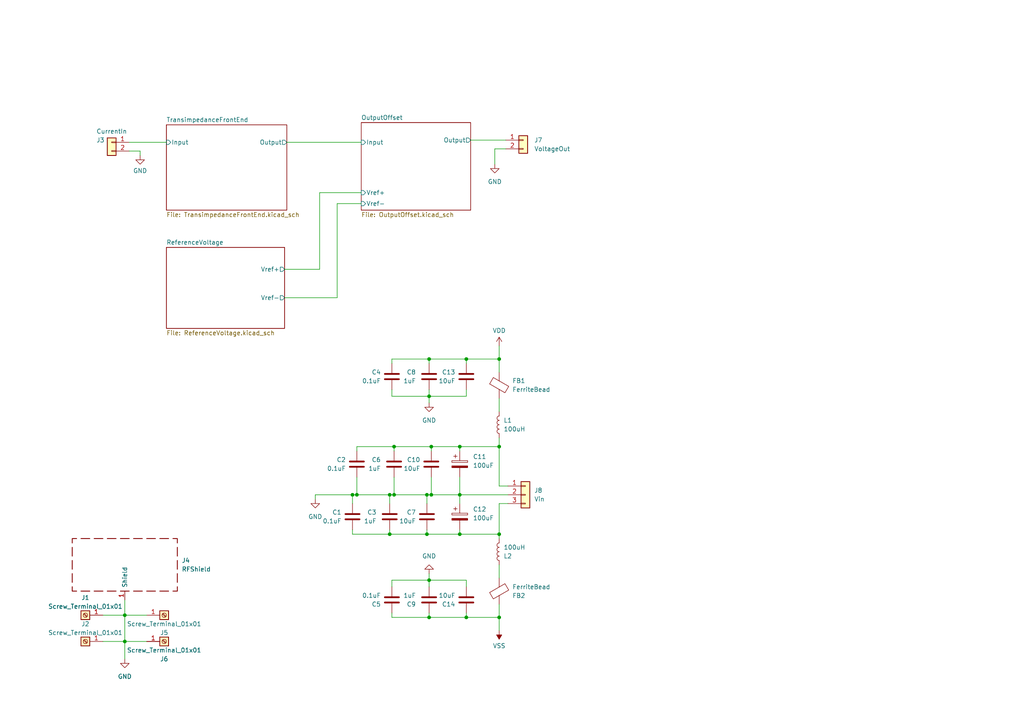
<source format=kicad_sch>
(kicad_sch (version 20230121) (generator eeschema)
  (paper "A4")
  (lib_symbols
    (symbol "Connector:Screw_Terminal_01x01" (pin_names (offset 1.016) hide)
      (property "Reference" "J" (at 0 2.54 0))
      (property "Value" "Screw_Terminal_01x01" (at 0 -2.54 0))
      (symbol "Screw_Terminal_01x01_1_1"
        (rectangle (start -1.27 1.27) (end 1.27 -1.27) (stroke (width 0.254)) (fill (type background)))
        (polyline (pts (xy -0.5334 0.3302) (xy 0.3302 -0.508)) (stroke (width 0.1524)))
        (polyline (pts (xy -0.3556 0.508) (xy 0.508 -0.3302)) (stroke (width 0.1524)))
        (circle (center 0 0) (radius 0.635) (stroke (width 0.1524)))
        (pin passive line (at -5.08 0 0) (length 3.81) (name "Pin_1") (number "1"))
      )
    )
    (symbol "Connector_Generic:Conn_01x02" (pin_names (offset 1.016) hide)
      (property "Reference" "J" (at 0 2.54 0))
      (property "Value" "Conn_01x02" (at 0 -5.08 0))
      (symbol "Conn_01x02_1_1"
        (rectangle (start -1.27 -2.413) (end 0 -2.667) (stroke (width 0.1524)))
        (rectangle (start -1.27 0.127) (end 0 -0.127) (stroke (width 0.1524)))
        (rectangle (start -1.27 1.27) (end 1.27 -3.81) (stroke (width 0.254)) (fill (type background)))
        (pin passive line (at -5.08 0 0) (length 3.81) (name "Pin_1") (number "1"))
        (pin passive line (at -5.08 -2.54 0) (length 3.81) (name "Pin_2") (number "2"))
      )
    )
    (symbol "Connector_Generic:Conn_01x03" (pin_names (offset 1.016) hide)
      (property "Reference" "J" (at 0 5.08 0))
      (property "Value" "Conn_01x03" (at 0 -5.08 0))
      (symbol "Conn_01x03_1_1"
        (rectangle (start -1.27 -2.413) (end 0 -2.667) (stroke (width 0.1524)))
        (rectangle (start -1.27 0.127) (end 0 -0.127) (stroke (width 0.1524)))
        (rectangle (start -1.27 2.667) (end 0 2.413) (stroke (width 0.1524)))
        (rectangle (start -1.27 3.81) (end 1.27 -3.81) (stroke (width 0.254)) (fill (type background)))
        (pin passive line (at -5.08 2.54 0) (length 3.81) (name "Pin_1") (number "1"))
        (pin passive line (at -5.08 0 0) (length 3.81) (name "Pin_2") (number "2"))
        (pin passive line (at -5.08 -2.54 0) (length 3.81) (name "Pin_3") (number "3"))
      )
    )
    (symbol "Device:C" (pin_numbers hide) (pin_names (offset 0.254))
      (property "Reference" "C" (at 0.635 2.54 0))
      (property "Value" "C" (at 0.635 -2.54 0))
      (symbol "C_0_1"
        (polyline (pts (xy -2.032 -0.762) (xy 2.032 -0.762)) (stroke (width 0.508)))
        (polyline (pts (xy -2.032 0.762) (xy 2.032 0.762)) (stroke (width 0.508)))
      )
      (symbol "C_1_1"
        (pin passive line (at 0 3.81 270) (length 2.794) (name "~") (number "1"))
        (pin passive line (at 0 -3.81 90) (length 2.794) (name "~") (number "2"))
      )
    )
    (symbol "Device:C_Polarized" (pin_numbers hide) (pin_names (offset 0.254))
      (property "Reference" "C" (at 0.635 2.54 0))
      (property "Value" "C_Polarized" (at 0.635 -2.54 0))
      (symbol "C_Polarized_0_1"
        (rectangle (start -2.286 0.508) (end 2.286 1.016))
        (polyline (pts (xy -1.778 2.286) (xy -0.762 2.286)))
        (polyline (pts (xy -1.27 2.794) (xy -1.27 1.778)))
        (rectangle (start 2.286 -0.508) (end -2.286 -1.016) (fill (type outline)))
      )
      (symbol "C_Polarized_1_1"
        (pin passive line (at 0 3.81 270) (length 2.794) (name "~") (number "1"))
        (pin passive line (at 0 -3.81 90) (length 2.794) (name "~") (number "2"))
      )
    )
    (symbol "Device:FerriteBead" (pin_numbers hide) (pin_names (offset 0))
      (property "Reference" "FB" (at -3.81 0.635 90))
      (property "Value" "FerriteBead" (at 3.81 0 90))
      (symbol "FerriteBead_0_1"
        (polyline (pts (xy 0 -1.27) (xy 0 -1.2192)))
        (polyline (pts (xy 0 1.27) (xy 0 1.2954)))
        (polyline (pts (xy -2.7686 0.4064) (xy -1.7018 2.2606) (xy 2.7686 -0.3048) (xy 1.6764 -2.159) (xy -2.7686 0.4064)))
      )
      (symbol "FerriteBead_1_1"
        (pin passive line (at 0 3.81 270) (length 2.54) (name "~") (number "1"))
        (pin passive line (at 0 -3.81 90) (length 2.54) (name "~") (number "2"))
      )
    )
    (symbol "Device:L" (pin_numbers hide) (pin_names (offset 1.016) hide)
      (property "Reference" "L" (at -1.27 0 90))
      (property "Value" "L" (at 1.905 0 90))
      (symbol "L_0_1"
        (arc (start 0 -2.54) (mid 0.6323 -1.905) (end 0 -1.27))
        (arc (start 0 -1.27) (mid 0.6323 -0.635) (end 0 0))
        (arc (start 0 0) (mid 0.6323 0.635) (end 0 1.27))
        (arc (start 0 1.27) (mid 0.6323 1.905) (end 0 2.54))
      )
      (symbol "L_1_1"
        (pin passive line (at 0 3.81 270) (length 1.27) (name "1") (number "1"))
        (pin passive line (at 0 -3.81 90) (length 1.27) (name "2") (number "2"))
      )
    )
    (symbol "Device:RFShield_OnePiece" (pin_names (offset 1.016))
      (property "Reference" "J" (at 0 5.08 0))
      (property "Value" "RFShield_OnePiece" (at 0 2.54 0))
      (symbol "RFShield_OnePiece_0_1"
        (polyline (pts (xy -15.24 -5.08) (xy -15.24 -2.54)) (stroke (width 0.254)))
        (polyline (pts (xy -15.24 -1.27) (xy -15.24 1.27)) (stroke (width 0.254)))
        (polyline (pts (xy -15.24 2.54) (xy -15.24 5.08)) (stroke (width 0.254)))
        (polyline (pts (xy -12.7 7.62) (xy -10.16 7.62)) (stroke (width 0.254)))
        (polyline (pts (xy -10.16 -7.62) (xy -12.7 -7.62)) (stroke (width 0.254)))
        (polyline (pts (xy -6.35 -7.62) (xy -8.89 -7.62)) (stroke (width 0.254)))
        (polyline (pts (xy -6.35 7.62) (xy -8.89 7.62)) (stroke (width 0.254)))
        (polyline (pts (xy -2.54 -7.62) (xy -5.08 -7.62)) (stroke (width 0.254)))
        (polyline (pts (xy -2.54 7.62) (xy -5.08 7.62)) (stroke (width 0.254)))
        (polyline (pts (xy -1.27 -7.62) (xy 1.27 -7.62)) (stroke (width 0.254)))
        (polyline (pts (xy 1.27 7.62) (xy -1.27 7.62)) (stroke (width 0.254)))
        (polyline (pts (xy 2.54 -7.62) (xy 5.08 -7.62)) (stroke (width 0.254)))
        (polyline (pts (xy 5.08 7.62) (xy 2.54 7.62)) (stroke (width 0.254)))
        (polyline (pts (xy 6.35 -7.62) (xy 8.89 -7.62)) (stroke (width 0.254)))
        (polyline (pts (xy 8.89 7.62) (xy 6.35 7.62)) (stroke (width 0.254)))
        (polyline (pts (xy 10.16 -7.62) (xy 12.7 -7.62)) (stroke (width 0.254)))
        (polyline (pts (xy 12.7 7.62) (xy 10.16 7.62)) (stroke (width 0.254)))
        (polyline (pts (xy 15.24 -5.08) (xy 15.24 -2.54)) (stroke (width 0.254)))
        (polyline (pts (xy 15.24 -1.27) (xy 15.24 1.27)) (stroke (width 0.254)))
        (polyline (pts (xy 15.24 2.54) (xy 15.24 5.08)) (stroke (width 0.254)))
        (polyline (pts (xy -15.24 6.35) (xy -15.24 7.62) (xy -13.97 7.62)) (stroke (width 0.254)))
        (polyline (pts (xy -13.97 -7.62) (xy -15.24 -7.62) (xy -15.24 -6.35)) (stroke (width 0.254)))
        (polyline (pts (xy 13.97 -7.62) (xy 15.24 -7.62) (xy 15.24 -6.35)) (stroke (width 0.254)))
        (polyline (pts (xy 15.24 6.35) (xy 15.24 7.62) (xy 13.97 7.62)) (stroke (width 0.254)))
      )
      (symbol "RFShield_OnePiece_1_1"
        (pin passive line (at 0 -10.16 90) (length 2.54) (name "Shield") (number "1"))
      )
    )
    (symbol "power:GND" (power) (pin_names (offset 0))
      (property "Value" "GND" (at 0 -3.81 0))
      (symbol "GND_0_1"
        (polyline (pts (xy 0 0) (xy 0 -1.27) (xy 1.27 -1.27) (xy 0 -2.54) (xy -1.27 -1.27) (xy 0 -1.27)))
      )
      (symbol "GND_1_1"
        (pin power_in line (at 0 0 270) (length 0) hide (name "GND") (number "1"))
      )
    )
    (symbol "power:VDD" (power) (pin_names (offset 0))
      (property "Value" "VDD" (at 0 3.81 0))
      (symbol "VDD_0_1"
        (polyline (pts (xy -0.762 1.27) (xy 0 2.54)))
        (polyline (pts (xy 0 0) (xy 0 2.54)))
        (polyline (pts (xy 0 2.54) (xy 0.762 1.27)))
      )
      (symbol "VDD_1_1"
        (pin power_in line (at 0 0 90) (length 0) hide (name "VDD") (number "1"))
      )
    )
    (symbol "power:VSS" (power) (pin_names (offset 0))
      (property "Value" "VSS" (at 0 3.81 0))
      (symbol "VSS_0_1"
        (polyline (pts (xy 0 0) (xy 0 2.54)))
        (polyline (pts (xy 0.762 1.27) (xy -0.762 1.27) (xy 0 2.54) (xy 0.762 1.27)) (fill (type outline)))
      )
      (symbol "VSS_1_1"
        (pin power_in line (at 0 0 90) (length 0) hide (name "VSS") (number "1"))
      )
    )
  )
  (junction (at 135.255 179.07))
  (junction (at 133.35 143.51))
  (junction (at 113.03 143.51))
  (junction (at 102.235 143.51))
  (junction (at 114.3 129.54))
  (junction (at 133.35 154.94))
  (junction (at 125.095 143.51))
  (junction (at 125.095 129.54))
  (junction (at 113.03 154.94))
  (junction (at 123.825 143.51))
  (junction (at 124.46 168.275))
  (junction (at 144.78 179.07))
  (junction (at 114.3 143.51))
  (junction (at 124.46 114.935))
  (junction (at 135.255 104.14))
  (junction (at 144.78 104.14))
  (junction (at 36.195 186.055))
  (junction (at 123.825 154.94))
  (junction (at 36.195 178.435))
  (junction (at 133.35 129.54))
  (junction (at 144.78 154.94))
  (junction (at 124.46 104.14))
  (junction (at 144.78 129.54))
  (junction (at 124.46 179.07))
  (junction (at 103.505 143.51))
  (wire (pts (xy 36.195 186.055) (xy 36.195 191.135)))
  (wire (pts (xy 123.825 153.67) (xy 123.825 154.94)))
  (wire (pts (xy 91.44 143.51) (xy 91.44 144.78)))
  (wire (pts (xy 125.095 143.51) (xy 133.35 143.51)))
  (wire (pts (xy 135.255 104.14) (xy 135.255 105.41)))
  (wire (pts (xy 135.255 179.07) (xy 124.46 179.07)))
  (wire (pts (xy 113.03 153.67) (xy 113.03 154.94)))
  (wire (pts (xy 36.195 178.435) (xy 36.195 186.055)))
  (wire (pts (xy 144.78 104.14) (xy 144.78 107.95)))
  (wire (pts (xy 124.46 168.275) (xy 124.46 166.37)))
  (wire (pts (xy 136.525 40.64) (xy 146.685 40.64)))
  (wire (pts (xy 36.195 173.99) (xy 36.195 178.435)))
  (wire (pts (xy 36.195 186.055) (xy 42.545 186.055)))
  (wire (pts (xy 124.46 179.07) (xy 113.665 179.07)))
  (wire (pts (xy 144.78 129.54) (xy 144.78 140.97)))
  (wire (pts (xy 135.255 104.14) (xy 144.78 104.14)))
  (wire (pts (xy 124.46 179.07) (xy 124.46 177.8)))
  (wire (pts (xy 124.46 104.14) (xy 113.665 104.14)))
  (wire (pts (xy 124.46 114.935) (xy 135.255 114.935)))
  (wire (pts (xy 146.685 43.18) (xy 143.51 43.18)))
  (wire (pts (xy 123.825 154.94) (xy 133.35 154.94)))
  (wire (pts (xy 102.235 143.51) (xy 102.235 146.05)))
  (wire (pts (xy 113.665 114.935) (xy 124.46 114.935)))
  (wire (pts (xy 114.3 129.54) (xy 103.505 129.54)))
  (wire (pts (xy 135.255 114.935) (xy 135.255 113.03)))
  (wire (pts (xy 113.03 143.51) (xy 103.505 143.51)))
  (wire (pts (xy 29.845 186.055) (xy 36.195 186.055)))
  (wire (pts (xy 123.825 143.51) (xy 114.3 143.51)))
  (wire (pts (xy 133.35 143.51) (xy 133.35 146.05)))
  (wire (pts (xy 40.64 45.085) (xy 40.64 43.815)))
  (wire (pts (xy 144.78 154.94) (xy 144.78 156.21)))
  (wire (pts (xy 114.3 138.43) (xy 114.3 143.51)))
  (wire (pts (xy 113.665 170.18) (xy 113.665 168.275)))
  (wire (pts (xy 92.71 78.105) (xy 92.71 55.88)))
  (wire (pts (xy 103.505 129.54) (xy 103.505 130.81)))
  (wire (pts (xy 92.71 55.88) (xy 104.775 55.88)))
  (wire (pts (xy 133.35 130.81) (xy 133.35 129.54)))
  (wire (pts (xy 113.665 168.275) (xy 124.46 168.275)))
  (wire (pts (xy 124.46 113.03) (xy 124.46 114.935)))
  (wire (pts (xy 144.78 179.07) (xy 144.78 175.26)))
  (wire (pts (xy 102.235 153.67) (xy 102.235 154.94)))
  (wire (pts (xy 113.03 143.51) (xy 113.03 146.05)))
  (wire (pts (xy 97.79 86.36) (xy 97.79 59.055)))
  (wire (pts (xy 29.845 178.435) (xy 36.195 178.435)))
  (wire (pts (xy 133.35 129.54) (xy 125.095 129.54)))
  (wire (pts (xy 124.46 104.14) (xy 124.46 105.41)))
  (wire (pts (xy 147.32 143.51) (xy 133.35 143.51)))
  (wire (pts (xy 123.825 143.51) (xy 123.825 146.05)))
  (wire (pts (xy 91.44 143.51) (xy 102.235 143.51)))
  (wire (pts (xy 124.46 114.935) (xy 124.46 116.84)))
  (wire (pts (xy 135.255 179.07) (xy 144.78 179.07)))
  (wire (pts (xy 113.665 179.07) (xy 113.665 177.8)))
  (wire (pts (xy 40.64 43.815) (xy 37.465 43.815)))
  (wire (pts (xy 125.095 129.54) (xy 125.095 130.81)))
  (wire (pts (xy 147.32 146.05) (xy 144.78 146.05)))
  (wire (pts (xy 36.195 178.435) (xy 42.545 178.435)))
  (wire (pts (xy 144.78 115.57) (xy 144.78 119.38)))
  (wire (pts (xy 144.78 129.54) (xy 144.78 127)))
  (wire (pts (xy 135.255 179.07) (xy 135.255 177.8)))
  (wire (pts (xy 82.55 78.105) (xy 92.71 78.105)))
  (wire (pts (xy 133.35 129.54) (xy 144.78 129.54)))
  (wire (pts (xy 82.55 86.36) (xy 97.79 86.36)))
  (wire (pts (xy 125.095 138.43) (xy 125.095 143.51)))
  (wire (pts (xy 144.78 154.94) (xy 133.35 154.94)))
  (wire (pts (xy 123.825 143.51) (xy 125.095 143.51)))
  (wire (pts (xy 144.78 140.97) (xy 147.32 140.97)))
  (wire (pts (xy 102.235 154.94) (xy 113.03 154.94)))
  (wire (pts (xy 144.78 163.83) (xy 144.78 167.64)))
  (wire (pts (xy 133.35 154.94) (xy 133.35 153.67)))
  (wire (pts (xy 135.255 168.275) (xy 135.255 170.18)))
  (wire (pts (xy 144.78 100.33) (xy 144.78 104.14)))
  (wire (pts (xy 125.095 129.54) (xy 114.3 129.54)))
  (wire (pts (xy 97.79 59.055) (xy 104.775 59.055)))
  (wire (pts (xy 144.78 146.05) (xy 144.78 154.94)))
  (wire (pts (xy 113.03 154.94) (xy 123.825 154.94)))
  (wire (pts (xy 124.46 168.275) (xy 135.255 168.275)))
  (wire (pts (xy 133.35 138.43) (xy 133.35 143.51)))
  (wire (pts (xy 37.465 41.275) (xy 48.26 41.275)))
  (wire (pts (xy 103.505 138.43) (xy 103.505 143.51)))
  (wire (pts (xy 144.78 182.88) (xy 144.78 179.07)))
  (wire (pts (xy 103.505 143.51) (xy 102.235 143.51)))
  (wire (pts (xy 83.185 41.275) (xy 104.775 41.275)))
  (wire (pts (xy 113.665 104.14) (xy 113.665 105.41)))
  (wire (pts (xy 114.3 129.54) (xy 114.3 130.81)))
  (wire (pts (xy 135.255 104.14) (xy 124.46 104.14)))
  (wire (pts (xy 114.3 143.51) (xy 113.03 143.51)))
  (wire (pts (xy 113.665 113.03) (xy 113.665 114.935)))
  (wire (pts (xy 143.51 43.18) (xy 143.51 47.625)))
  (wire (pts (xy 124.46 170.18) (xy 124.46 168.275)))
  (symbol (lib_id "Device:FerriteBead") (at 144.78 111.76 0) (unit 1)
    (property "Reference" "FB1" (at 148.59 110.4392 0) (effects (justify left)))
    (property "Value" "FerriteBead" (at 148.59 112.9792 0) (effects (justify left)))
    (property "Footprint" "Resistor_SMD:R_0805_2012Metric" (effects hide))
  )
  (symbol (lib_id "Connector_Generic:Conn_01x02") (at 32.385 41.275 0) (mirror y) (unit 1)
    (property "Reference" "J3" (at 27.94 40.64 0) (effects (justify right)))
    (property "Value" "CurrentIn" (at 27.94 38.1 0) (effects (justify right)))
    (property "Footprint" "Connector_Coaxial:SMA_Amphenol_132134_Vertical" (effects hide))
  )
  (symbol (lib_id "Device:C") (at 123.825 149.86 0) (mirror x) (unit 1)
    (property "Reference" "C7" (at 120.65 148.59 0) (effects (justify right)))
    (property "Value" "10uF" (at 120.65 151.13 0) (effects (justify right)))
    (property "Footprint" "Capacitor_SMD:C_0805_2012Metric_Pad1.18x1.45mm_HandSolder" (effects hide))
  )
  (symbol (lib_id "Device:C") (at 113.03 149.86 0) (mirror x) (unit 1)
    (property "Reference" "C3" (at 109.22 148.59 0) (effects (justify right)))
    (property "Value" "1uF" (at 109.22 151.13 0) (effects (justify right)))
    (property "Footprint" "Capacitor_SMD:C_0805_2012Metric_Pad1.18x1.45mm_HandSolder" (effects hide))
  )
  (symbol (lib_id "Device:C") (at 135.255 173.99 0) (unit 1)
    (property "Reference" "C14" (at 132.08 175.26 0) (effects (justify right)))
    (property "Value" "10uF" (at 132.08 172.72 0) (effects (justify right)))
    (property "Footprint" "Capacitor_SMD:C_0805_2012Metric_Pad1.18x1.45mm_HandSolder" (effects hide))
  )
  (symbol (lib_id "Device:C") (at 135.255 109.22 0) (mirror x) (unit 1)
    (property "Reference" "C13" (at 132.08 107.95 0) (effects (justify right)))
    (property "Value" "10uF" (at 132.08 110.49 0) (effects (justify right)))
    (property "Footprint" "Capacitor_SMD:C_0805_2012Metric_Pad1.18x1.45mm_HandSolder" (effects hide))
  )
  (symbol (lib_id "Device:C") (at 113.665 173.99 0) (unit 1)
    (property "Reference" "C5" (at 110.49 175.26 0) (effects (justify right)))
    (property "Value" "0.1uF" (at 110.49 172.72 0) (effects (justify right)))
    (property "Footprint" "Capacitor_SMD:C_0805_2012Metric_Pad1.18x1.45mm_HandSolder" (effects hide))
  )
  (symbol (lib_id "Device:RFShield_OnePiece") (at 36.195 163.83 0) (unit 1)
    (property "Reference" "J4" (at 52.705 162.56 0) (effects (justify left)))
    (property "Value" "RFShield" (at 52.705 165.1 0) (effects (justify left)))
    (property "Footprint" "RFShields:BMI-S-230-F-R" (effects hide))
  )
  (symbol (lib_id "Connector:Screw_Terminal_01x01") (at 47.625 186.055 0) (unit 1)
    (property "Reference" "J6" (at 47.625 191.135 0))
    (property "Value" "Screw_Terminal_01x01" (at 47.625 188.595 0))
    (property "Footprint" "MountingHole:MountingHole_3.2mm_M3_DIN965_Pad" (effects hide))
  )
  (symbol (lib_id "Connector:Screw_Terminal_01x01") (at 24.765 178.435 180) (unit 1)
    (property "Reference" "J1" (at 24.765 173.355 0))
    (property "Value" "Screw_Terminal_01x01" (at 24.765 175.895 0))
    (property "Footprint" "MountingHole:MountingHole_3.2mm_M3_DIN965_Pad" (effects hide))
  )
  (symbol (lib_id "Connector:Screw_Terminal_01x01") (at 24.765 186.055 180) (unit 1)
    (property "Reference" "J2" (at 24.765 180.975 0))
    (property "Value" "Screw_Terminal_01x01" (at 24.765 183.515 0))
    (property "Footprint" "MountingHole:MountingHole_3.2mm_M3_DIN965_Pad" (effects hide))
  )
  (symbol (lib_id "Device:L") (at 144.78 123.19 180) (unit 1)
    (property "Reference" "L1" (at 146.05 121.92 0) (effects (justify right)))
    (property "Value" "100uH" (at 146.05 124.46 0) (effects (justify right)))
    (property "Footprint" "Inductor_SMD:L_Wuerth_WE-PD-Typ-7345" (effects hide))
  )
  (symbol (lib_id "Device:L") (at 144.78 160.02 0) (mirror y) (unit 1)
    (property "Reference" "L2" (at 146.05 161.29 0) (effects (justify right)))
    (property "Value" "100uH" (at 146.05 158.75 0) (effects (justify right)))
    (property "Footprint" "Inductor_SMD:L_Wuerth_WE-PD-Typ-7345" (effects hide))
  )
  (symbol (lib_id "Device:C") (at 124.46 109.22 0) (mirror x) (unit 1)
    (property "Reference" "C8" (at 120.65 107.95 0) (effects (justify right)))
    (property "Value" "1uF" (at 120.65 110.49 0) (effects (justify right)))
    (property "Footprint" "Capacitor_SMD:C_0805_2012Metric_Pad1.18x1.45mm_HandSolder" (effects hide))
  )
  (symbol (lib_id "Connector:Screw_Terminal_01x01") (at 47.625 178.435 0) (unit 1)
    (property "Reference" "J5" (at 47.625 183.515 0))
    (property "Value" "Screw_Terminal_01x01" (at 47.625 180.975 0))
    (property "Footprint" "MountingHole:MountingHole_3.2mm_M3_DIN965_Pad" (effects hide))
  )
  (symbol (lib_id "power:VDD") (at 144.78 100.33 0) (unit 1)
    (property "Reference" "#PWR07" (effects hide))
    (property "Value" "VDD" (at 144.78 95.885 0))
  )
  (symbol (lib_id "Device:C") (at 113.665 109.22 0) (mirror x) (unit 1)
    (property "Reference" "C4" (at 110.49 107.95 0) (effects (justify right)))
    (property "Value" "0.1uF" (at 110.49 110.49 0) (effects (justify right)))
    (property "Footprint" "Capacitor_SMD:C_0805_2012Metric_Pad1.18x1.45mm_HandSolder" (effects hide))
  )
  (symbol (lib_id "Connector_Generic:Conn_01x03") (at 152.4 143.51 0) (unit 1)
    (property "Reference" "J8" (at 154.94 142.24 0) (effects (justify left)))
    (property "Value" "Vin" (at 154.94 144.78 0) (effects (justify left)))
    (property "Footprint" "Connector_PinHeader_2.54mm:PinHeader_1x03_P2.54mm_Vertical" (effects hide))
  )
  (symbol (lib_id "power:GND") (at 36.195 191.135 0) (unit 1)
    (property "Reference" "#PWR01" (effects hide))
    (property "Value" "GND" (at 36.195 196.215 0))
  )
  (symbol (lib_id "Device:FerriteBead") (at 144.78 171.45 0) (mirror x) (unit 1)
    (property "Reference" "FB2" (at 148.59 172.7708 0) (effects (justify left)))
    (property "Value" "FerriteBead" (at 148.59 170.2308 0) (effects (justify left)))
    (property "Footprint" "Resistor_SMD:R_0805_2012Metric" (effects hide))
  )
  (symbol (lib_id "Device:C") (at 114.3 134.62 0) (mirror x) (unit 1)
    (property "Reference" "C6" (at 110.49 133.35 0) (effects (justify right)))
    (property "Value" "1uF" (at 110.49 135.89 0) (effects (justify right)))
    (property "Footprint" "Capacitor_SMD:C_0805_2012Metric_Pad1.18x1.45mm_HandSolder" (effects hide))
  )
  (symbol (lib_id "Device:C_Polarized") (at 133.35 134.62 0) (unit 1)
    (property "Reference" "C11" (at 137.16 132.461 0) (effects (justify left)))
    (property "Value" "100uF" (at 137.16 135.001 0) (effects (justify left)))
    (property "Footprint" "Capacitor_SMD:CP_Elec_8x10.5" (effects hide))
  )
  (symbol (lib_id "Device:C") (at 103.505 134.62 0) (mirror x) (unit 1)
    (property "Reference" "C2" (at 100.33 133.35 0) (effects (justify right)))
    (property "Value" "0.1uF" (at 100.33 135.89 0) (effects (justify right)))
    (property "Footprint" "Capacitor_SMD:C_0805_2012Metric_Pad1.18x1.45mm_HandSolder" (effects hide))
  )
  (symbol (lib_id "power:GND") (at 91.44 144.78 0) (unit 1)
    (property "Reference" "#PWR03" (effects hide))
    (property "Value" "GND" (at 91.44 149.86 0))
  )
  (symbol (lib_id "power:GND") (at 124.46 116.84 0) (unit 1)
    (property "Reference" "#PWR04" (effects hide))
    (property "Value" "GND" (at 124.46 121.92 0))
  )
  (symbol (lib_id "power:VSS") (at 144.78 182.88 180) (unit 1)
    (property "Reference" "#PWR08" (effects hide))
    (property "Value" "VSS" (at 144.78 187.325 0))
  )
  (symbol (lib_id "Device:C") (at 102.235 149.86 0) (mirror x) (unit 1)
    (property "Reference" "C1" (at 99.06 148.59 0) (effects (justify right)))
    (property "Value" "0.1uF" (at 99.06 151.13 0) (effects (justify right)))
    (property "Footprint" "Capacitor_SMD:C_0805_2012Metric_Pad1.18x1.45mm_HandSolder" (effects hide))
  )
  (symbol (lib_id "Device:C") (at 124.46 173.99 0) (unit 1)
    (property "Reference" "C9" (at 120.65 175.26 0) (effects (justify right)))
    (property "Value" "1uF" (at 120.65 172.72 0) (effects (justify right)))
    (property "Footprint" "Capacitor_SMD:C_0805_2012Metric_Pad1.18x1.45mm_HandSolder" (effects hide))
  )
  (symbol (lib_id "power:GND") (at 143.51 47.625 0) (unit 1)
    (property "Reference" "#PWR06" (effects hide))
    (property "Value" "GND" (at 143.51 52.705 0))
  )
  (symbol (lib_id "Device:C_Polarized") (at 133.35 149.86 0) (unit 1)
    (property "Reference" "C12" (at 137.16 147.701 0) (effects (justify left)))
    (property "Value" "100uF" (at 137.16 150.241 0) (effects (justify left)))
    (property "Footprint" "Capacitor_SMD:CP_Elec_8x10.5" (effects hide))
  )
  (symbol (lib_id "Connector_Generic:Conn_01x02") (at 151.765 40.64 0) (unit 1)
    (property "Reference" "J7" (at 154.94 40.64 0) (effects (justify left)))
    (property "Value" "VoltageOut" (at 154.94 43.18 0) (effects (justify left)))
    (property "Footprint" "Connector_Coaxial:SMA_Amphenol_132134_Vertical" (effects hide))
  )
  (symbol (lib_id "power:GND") (at 40.64 45.085 0) (mirror y) (unit 1)
    (property "Reference" "#PWR02" (effects hide))
    (property "Value" "GND" (at 40.64 49.53 0))
  )
  (symbol (lib_id "power:GND") (at 124.46 166.37 0) (mirror x) (unit 1)
    (property "Reference" "#PWR05" (effects hide))
    (property "Value" "GND" (at 124.46 161.29 0))
  )
  (symbol (lib_id "Device:C") (at 125.095 134.62 0) (mirror x) (unit 1)
    (property "Reference" "C10" (at 121.92 133.35 0) (effects (justify right)))
    (property "Value" "10uF" (at 121.92 135.89 0) (effects (justify right)))
    (property "Footprint" "Capacitor_SMD:C_0805_2012Metric_Pad1.18x1.45mm_HandSolder" (effects hide))
  )
  (sheet (at 48.26 36.195) (size 34.925 24.765) (stroke (width 0.1524))
    (property "Sheetname" "TransimpedanceFrontEnd" (at 48.26 35.4834 0) (effects (justify left bottom)))
    (property "Sheetfile" "TransimpedanceFrontEnd.kicad_sch" (at 48.26 61.5446 0) (effects (justify left top)))
    (pin "Input" input (at 48.26 41.275 180))
    (pin "Output" output (at 83.185 41.275 0))
  )
  (sheet (at 48.26 71.755) (size 34.29 23.495) (stroke (width 0.1524))
    (property "Sheetname" "ReferenceVoltage" (at 48.26 71.0434 0) (effects (justify left bottom)))
    (property "Sheetfile" "ReferenceVoltage.kicad_sch" (at 48.26 95.8346 0) (effects (justify left top)))
    (pin "Vref+" output (at 82.55 78.105 0))
    (pin "Vref-" output (at 82.55 86.36 0))
  )
  (sheet (at 104.775 35.56) (size 31.75 25.4) (stroke (width 0.1524))
    (property "Sheetname" "OutputOffset" (at 104.775 34.8484 0) (effects (justify left bottom)))
    (property "Sheetfile" "OutputOffset.kicad_sch" (at 104.775 61.5446 0) (effects (justify left top)))
    (pin "Input" input (at 104.775 41.275 180))
    (pin "Output" output (at 136.525 40.64 0))
    (pin "Vref-" input (at 104.775 59.055 180))
    (pin "Vref+" input (at 104.775 55.88 180))
  )
)
</source>
